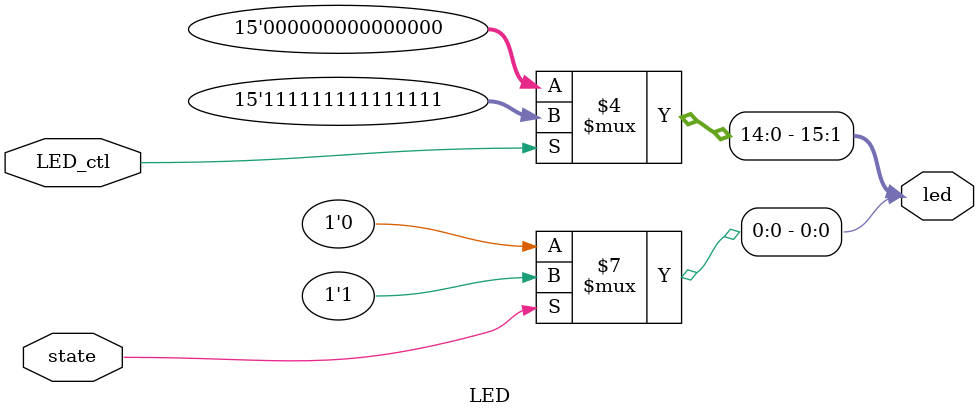
<source format=v>
module LED(
    output reg [15:0] led,
    input state,
    input LED_ctl
    );
    
    always@*
    if(state)
        led[0] = 1'b1;
    else
        led[0] = 1'b0;
    always@*
        if(LED_ctl)
            {led[15],led[14],led[13],led[12],led[11],led[10],led[9],led[8],led[7],led[6],led[5],led[4],led[3],led[2],led[1]} = 15'b111111111111111;
        else
            {led[15],led[14],led[13],led[12],led[11],led[10],led[9],led[8],led[7],led[6],led[5],led[4],led[3],led[2],led[1]} = 15'd0;
endmodule
</source>
